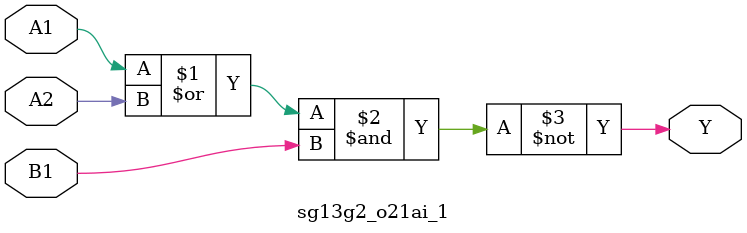
<source format=v>

`timescale 1ns/1ps

module sg13g2_dfrbpq_1 (Q, D, RESET_B, CLK);
    output reg Q;
    input D, RESET_B, CLK;
    always @(posedge CLK or negedge RESET_B)
        if (!RESET_B) Q <= 1'b0;
        else Q <= D;
endmodule

// AND2
module sg13g2_and2_1 (X, A, B);
    output X;
    input A, B;
    assign X = A & B;
endmodule

// AND3
module sg13g2_and3_1 (X, A, B, C);
    output X;
    input A, B, C;
    assign X = A & B & C;
endmodule

// AND4
module sg13g2_and4_1 (X, A, B, C, D);
    output X;
    input A, B, C, D;
    assign X = A & B & C & D;
endmodule

// OR2
module sg13g2_or2_1 (X, A, B);
    output X;
    input A, B;
    assign X = A | B;
endmodule

// NAND2
module sg13g2_nand2_1 (Y, A, B);
    output Y;
    input A, B;
    assign Y = ~(A & B);
endmodule

// NAND2B (A_N is inverted input)
module sg13g2_nand2b_1 (Y, A_N, B);
    output Y;
    input A_N, B;
    assign Y = ~(~A_N & B);
endmodule

// NAND3
module sg13g2_nand3_1 (Y, A, B, C);
    output Y;
    input A, B, C;
    assign Y = ~(A & B & C);
endmodule

// NAND3B (A_N is inverted input)
module sg13g2_nand3b_1 (Y, A_N, B, C);
    output Y;
    input A_N, B, C;
    assign Y = ~(~A_N & B & C);
endmodule

// NAND4
module sg13g2_nand4_1 (Y, A, B, C, D);
    output Y;
    input A, B, C, D;
    assign Y = ~(A & B & C & D);
endmodule

// NOR2
module sg13g2_nor2_1 (Y, A, B);
    output Y;
    input A, B;
    assign Y = ~(A | B);
endmodule

// NOR2B (one inverted input)
module sg13g2_nor2b_1 (Y, A, B_N);
    output Y;
    input A, B_N;
    assign Y = ~(A | ~B_N);
endmodule

// NOR3
module sg13g2_nor3_1 (Y, A, B, C);
    output Y;
    input A, B, C;
    assign Y = ~(A | B | C);
endmodule

// NOR4
module sg13g2_nor4_1 (Y, A, B, C, D);
    output Y;
    input A, B, C, D;
    assign Y = ~(A | B | C | D);
endmodule

// INV
module sg13g2_inv_1 (Y, A);
    output Y;
    input A;
    assign Y = ~A;
endmodule

// XOR2
module sg13g2_xor2_1 (X, A, B);
    output X;
    input A, B;
    assign X = A ^ B;
endmodule

// XNOR2 (netlist uses Y as output name)
module sg13g2_xnor2_1 (Y, A, B);
    output Y;
    input A, B;
    assign Y = ~(A ^ B);
endmodule

// MUX2 (select: S, inputs: A0, A1)
module sg13g2_mux2_1 (X, A0, A1, S);
    output X;
    input A0, A1, S;
    assign X = S ? A1 : A0;
endmodule

// A21OI: Y = ~((A1 & A2) | B)
module sg13g2_a21oi_1 (Y, A1, A2, B1);
    output Y;
    input A1, A2, B1;
    assign Y = ~((A1 & A2) | B1);
endmodule

// A221OI: Y = ~((A1 & A2) | (B1 & B2) | C1)
module sg13g2_a221oi_1 (Y, A1, A2, B1, B2, C1);
    output Y;
    input A1, A2, B1, B2, C1;
    assign Y = ~((A1 & A2) | (B1 & B2) | C1);
endmodule

// A22OI: Y = ~((A1 & A2) | (B1 & B2))
module sg13g2_a22oi_1 (Y, A1, A2, B1, B2);
    output Y;
    input A1, A2, B1, B2;
    assign Y = ~((A1 & A2) | (B1 & B2));
endmodule

// O21AI: Y = ~((A1 | A2) & B1)
module sg13g2_o21ai_1 (Y, A1, A2, B1);
    output Y;
    input A1, A2, B1;
    assign Y = ~((A1 | A2) & B1);
endmodule

</source>
